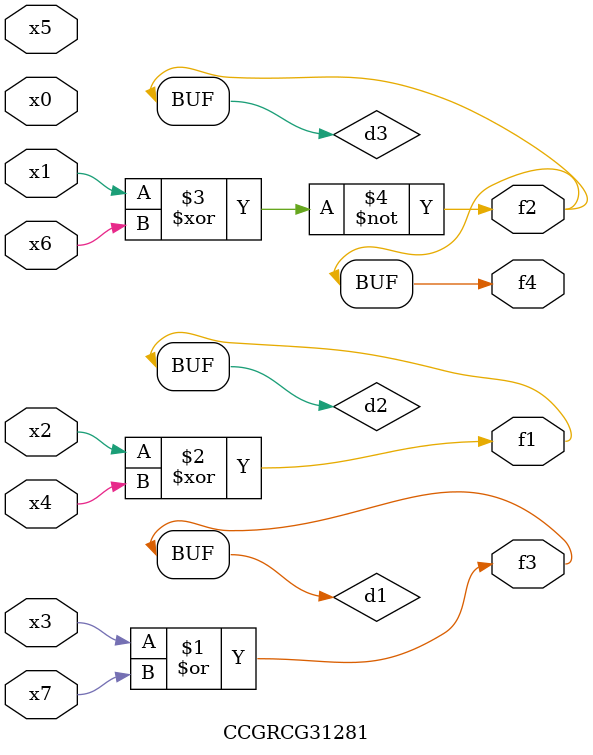
<source format=v>
module CCGRCG31281(
	input x0, x1, x2, x3, x4, x5, x6, x7,
	output f1, f2, f3, f4
);

	wire d1, d2, d3;

	or (d1, x3, x7);
	xor (d2, x2, x4);
	xnor (d3, x1, x6);
	assign f1 = d2;
	assign f2 = d3;
	assign f3 = d1;
	assign f4 = d3;
endmodule

</source>
